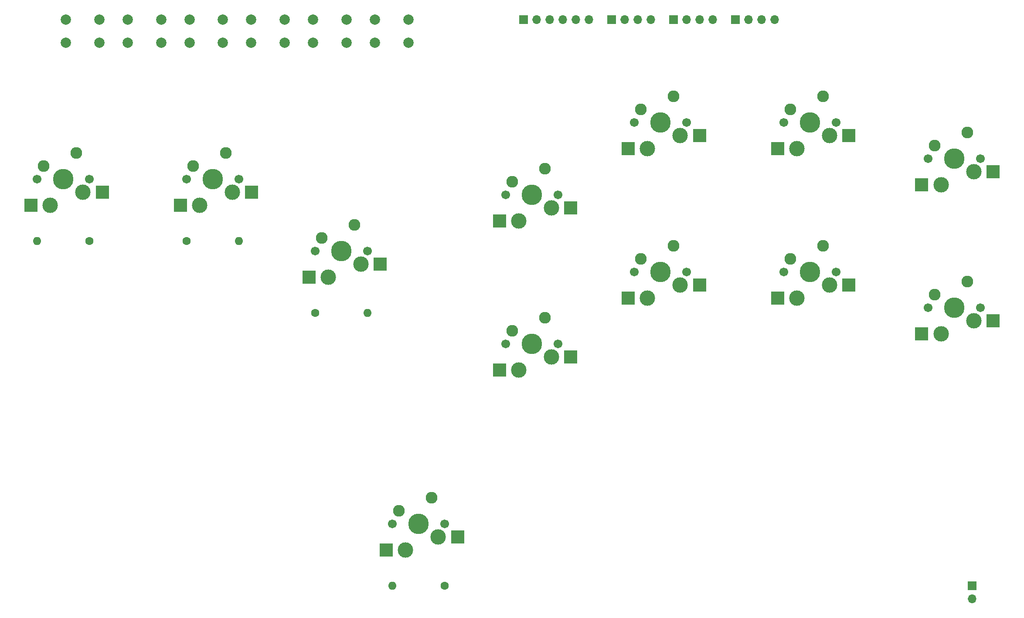
<source format=gbr>
%TF.GenerationSoftware,KiCad,Pcbnew,7.0.2*%
%TF.CreationDate,2023-09-05T17:50:18-07:00*%
%TF.ProjectId,takupcb-r2,74616b75-7063-4622-9d72-322e6b696361,rev?*%
%TF.SameCoordinates,Original*%
%TF.FileFunction,Soldermask,Bot*%
%TF.FilePolarity,Negative*%
%FSLAX46Y46*%
G04 Gerber Fmt 4.6, Leading zero omitted, Abs format (unit mm)*
G04 Created by KiCad (PCBNEW 7.0.2) date 2023-09-05 17:50:18*
%MOMM*%
%LPD*%
G01*
G04 APERTURE LIST*
%ADD10C,1.701800*%
%ADD11C,3.000000*%
%ADD12C,3.987800*%
%ADD13R,2.550000X2.500000*%
%ADD14C,2.286000*%
%ADD15C,2.000000*%
%ADD16R,1.700000X1.700000*%
%ADD17O,1.700000X1.700000*%
%ADD18C,1.600000*%
%ADD19O,1.600000X1.600000*%
G04 APERTURE END LIST*
D10*
%TO.C,\u2193*%
X67420000Y-61000000D03*
D11*
X69960000Y-66080000D03*
D12*
X72500000Y-61000000D03*
D11*
X76310000Y-63540000D03*
D10*
X77580000Y-61000000D03*
D13*
X66210000Y-66080000D03*
D14*
X75040000Y-55920000D03*
X68690000Y-58460000D03*
D13*
X80060000Y-63540000D03*
%TD*%
%TO.C,O*%
X167060000Y-81540000D03*
D14*
X155690000Y-76460000D03*
X162040000Y-73920000D03*
D13*
X153210000Y-84080000D03*
D10*
X164580000Y-79000000D03*
D11*
X163310000Y-81540000D03*
D12*
X159500000Y-79000000D03*
D11*
X156960000Y-84080000D03*
D10*
X154420000Y-79000000D03*
%TD*%
D15*
%TO.C,L3*%
X80000000Y-30000000D03*
X86500000Y-30000000D03*
X80000000Y-34500000D03*
X86500000Y-34500000D03*
%TD*%
%TO.C,R3*%
X92000000Y-30000000D03*
X98500000Y-30000000D03*
X92000000Y-34500000D03*
X98500000Y-34500000D03*
%TD*%
D16*
%TO.C,SIDE*%
X132920000Y-30000000D03*
D17*
X135460000Y-30000000D03*
X138000000Y-30000000D03*
X140540000Y-30000000D03*
X143080000Y-30000000D03*
X145620000Y-30000000D03*
%TD*%
D15*
%TO.C,PS*%
X44000000Y-30000000D03*
X50500000Y-30000000D03*
X44000000Y-34500000D03*
X50500000Y-34500000D03*
%TD*%
D10*
%TO.C,\u25A1*%
X129420000Y-64000000D03*
D11*
X131960000Y-69080000D03*
D12*
X134500000Y-64000000D03*
D11*
X138310000Y-66540000D03*
D10*
X139580000Y-64000000D03*
D13*
X128210000Y-69080000D03*
D14*
X137040000Y-58920000D03*
X130690000Y-61460000D03*
D13*
X142060000Y-66540000D03*
%TD*%
D10*
%TO.C,X*%
X129420000Y-93000000D03*
D11*
X131960000Y-98080000D03*
D12*
X134500000Y-93000000D03*
D11*
X138310000Y-95540000D03*
D10*
X139580000Y-93000000D03*
D13*
X128210000Y-98080000D03*
D14*
X137040000Y-87920000D03*
X130690000Y-90460000D03*
D13*
X142060000Y-95540000D03*
%TD*%
D10*
%TO.C,\u2190*%
X38420000Y-61000000D03*
D11*
X40960000Y-66080000D03*
D12*
X43500000Y-61000000D03*
D11*
X47310000Y-63540000D03*
D10*
X48580000Y-61000000D03*
D13*
X37210000Y-66080000D03*
D14*
X46040000Y-55920000D03*
X39690000Y-58460000D03*
D13*
X51060000Y-63540000D03*
%TD*%
D16*
%TO.C,SHOULDER*%
X174000000Y-30000000D03*
D17*
X176540000Y-30000000D03*
X179080000Y-30000000D03*
X181620000Y-30000000D03*
%TD*%
D10*
%TO.C,L2*%
X183420000Y-79000000D03*
D11*
X185960000Y-84080000D03*
D12*
X188500000Y-79000000D03*
D11*
X192310000Y-81540000D03*
D10*
X193580000Y-79000000D03*
D13*
X182210000Y-84080000D03*
D14*
X191040000Y-73920000D03*
X184690000Y-76460000D03*
D13*
X196060000Y-81540000D03*
%TD*%
D15*
%TO.C,TOUCH*%
X104000000Y-30000000D03*
X110500000Y-30000000D03*
X104000000Y-34500000D03*
X110500000Y-34500000D03*
%TD*%
D10*
%TO.C,\u2191*%
X107420000Y-128000000D03*
D11*
X109960000Y-133080000D03*
D12*
X112500000Y-128000000D03*
D11*
X116310000Y-130540000D03*
D10*
X117580000Y-128000000D03*
D13*
X106210000Y-133080000D03*
D14*
X115040000Y-122920000D03*
X108690000Y-125460000D03*
D13*
X120060000Y-130540000D03*
%TD*%
D10*
%TO.C,\u2192*%
X92420000Y-75000000D03*
D11*
X94960000Y-80080000D03*
D12*
X97500000Y-75000000D03*
D11*
X101310000Y-77540000D03*
D10*
X102580000Y-75000000D03*
D13*
X91210000Y-80080000D03*
D14*
X100040000Y-69920000D03*
X93690000Y-72460000D03*
D13*
X105060000Y-77540000D03*
%TD*%
D10*
%TO.C,R1*%
X211420000Y-57000000D03*
D11*
X213960000Y-62080000D03*
D12*
X216500000Y-57000000D03*
D11*
X220310000Y-59540000D03*
D10*
X221580000Y-57000000D03*
D13*
X210210000Y-62080000D03*
D14*
X219040000Y-51920000D03*
X212690000Y-54460000D03*
D13*
X224060000Y-59540000D03*
%TD*%
D15*
%TO.C,OPTION*%
X68000000Y-30000000D03*
X74500000Y-30000000D03*
X68000000Y-34500000D03*
X74500000Y-34500000D03*
%TD*%
D10*
%TO.C,L1*%
X183420000Y-50000000D03*
D11*
X185960000Y-55080000D03*
D12*
X188500000Y-50000000D03*
D11*
X192310000Y-52540000D03*
D10*
X193580000Y-50000000D03*
D13*
X182210000Y-55080000D03*
D14*
X191040000Y-44920000D03*
X184690000Y-47460000D03*
D13*
X196060000Y-52540000D03*
%TD*%
D10*
%TO.C,\u25B3*%
X154420000Y-50000000D03*
D11*
X156960000Y-55080000D03*
D12*
X159500000Y-50000000D03*
D11*
X163310000Y-52540000D03*
D10*
X164580000Y-50000000D03*
D13*
X153210000Y-55080000D03*
D14*
X162040000Y-44920000D03*
X155690000Y-47460000D03*
D13*
X167060000Y-52540000D03*
%TD*%
%TO.C,R2*%
X224060000Y-88540000D03*
D14*
X212690000Y-83460000D03*
X219040000Y-80920000D03*
D13*
X210210000Y-91080000D03*
D10*
X221580000Y-86000000D03*
D11*
X220310000Y-88540000D03*
D12*
X216500000Y-86000000D03*
D11*
X213960000Y-91080000D03*
D10*
X211420000Y-86000000D03*
%TD*%
D16*
%TO.C,FACE*%
X162000000Y-30000000D03*
D17*
X164540000Y-30000000D03*
X167080000Y-30000000D03*
X169620000Y-30000000D03*
%TD*%
D18*
%TO.C,10K*%
X117580000Y-140000000D03*
D19*
X107420000Y-140000000D03*
%TD*%
D18*
%TO.C,10K*%
X48580000Y-73000000D03*
D19*
X38420000Y-73000000D03*
%TD*%
D18*
%TO.C,10K*%
X92420000Y-87000000D03*
D19*
X102580000Y-87000000D03*
%TD*%
D16*
%TO.C,1.8V/GND*%
X220000000Y-140000000D03*
D17*
X220000000Y-142540000D03*
%TD*%
D16*
%TO.C,DPAD*%
X150000000Y-30000000D03*
D17*
X152540000Y-30000000D03*
X155080000Y-30000000D03*
X157620000Y-30000000D03*
%TD*%
D18*
%TO.C,10K*%
X67420000Y-73000000D03*
D19*
X77580000Y-73000000D03*
%TD*%
D15*
%TO.C,SHARE*%
X56000000Y-30000000D03*
X62500000Y-30000000D03*
X56000000Y-34500000D03*
X62500000Y-34500000D03*
%TD*%
M02*

</source>
